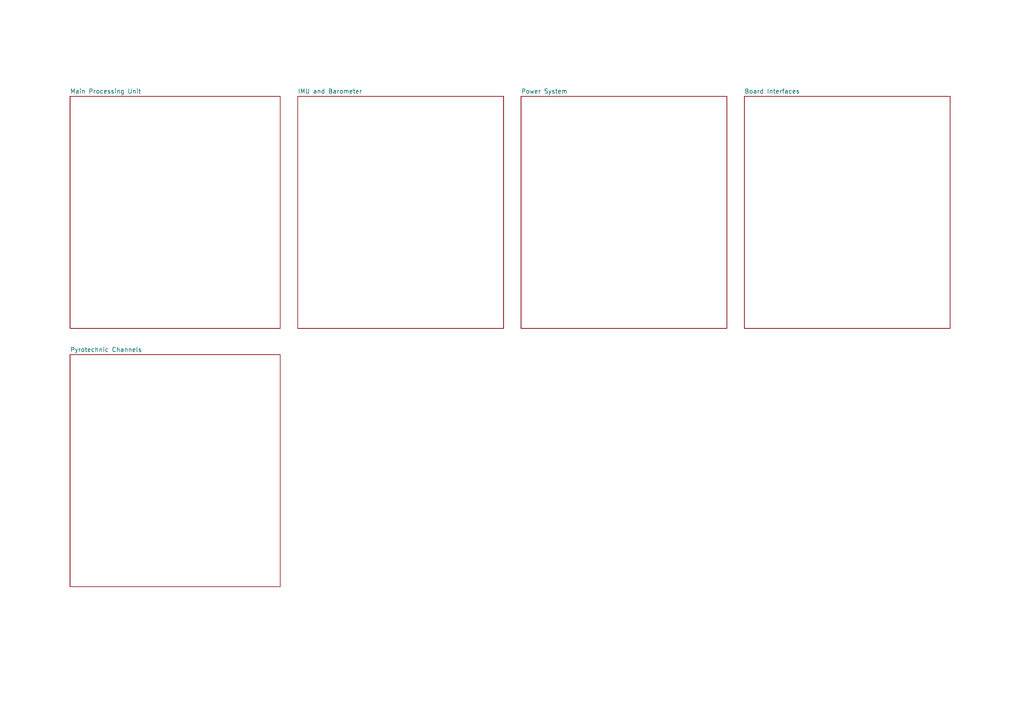
<source format=kicad_sch>
(kicad_sch
	(version 20231120)
	(generator "eeschema")
	(generator_version "8.0")
	(uuid "b45dc97e-0356-4cb7-a500-47b4284709b2")
	(paper "A4")
	(lib_symbols)
	(sheet
		(at 20.32 102.87)
		(size 60.96 67.31)
		(fields_autoplaced yes)
		(stroke
			(width 0.1524)
			(type solid)
		)
		(fill
			(color 0 0 0 0.0000)
		)
		(uuid "07e68e4b-2fd9-4499-917e-a7b570099c70")
		(property "Sheetname" "Pyrotechnic Channels"
			(at 20.32 102.1584 0)
			(effects
				(font
					(size 1.27 1.27)
				)
				(justify left bottom)
			)
		)
		(property "Sheetfile" "pyros.kicad_sch"
			(at 20.32 170.7646 0)
			(effects
				(font
					(size 1.27 1.27)
				)
				(justify left top)
				(hide yes)
			)
		)
		(instances
			(project "ospreyflightcomputer"
				(path "/b45dc97e-0356-4cb7-a500-47b4284709b2"
					(page "6")
				)
			)
		)
	)
	(sheet
		(at 86.36 27.94)
		(size 59.69 67.31)
		(fields_autoplaced yes)
		(stroke
			(width 0.1524)
			(type solid)
		)
		(fill
			(color 0 0 0 0.0000)
		)
		(uuid "4f4bbe3f-c5aa-4aa2-9658-70e7171eb8cc")
		(property "Sheetname" "IMU and Barometer"
			(at 86.36 27.2284 0)
			(effects
				(font
					(size 1.27 1.27)
				)
				(justify left bottom)
			)
		)
		(property "Sheetfile" "sensors.kicad_sch"
			(at 86.36 95.8346 0)
			(effects
				(font
					(size 1.27 1.27)
				)
				(justify left top)
				(hide yes)
			)
		)
		(instances
			(project "ospreyflightcomputer"
				(path "/b45dc97e-0356-4cb7-a500-47b4284709b2"
					(page "3")
				)
			)
		)
	)
	(sheet
		(at 20.32 27.94)
		(size 60.96 67.31)
		(fields_autoplaced yes)
		(stroke
			(width 0.1524)
			(type solid)
		)
		(fill
			(color 0 0 0 0.0000)
		)
		(uuid "6e977a96-eda5-4473-b048-f02a88512d90")
		(property "Sheetname" "Main Processing Unit"
			(at 20.32 27.2284 0)
			(effects
				(font
					(size 1.27 1.27)
				)
				(justify left bottom)
			)
		)
		(property "Sheetfile" "mpu.kicad_sch"
			(at 20.32 95.8346 0)
			(effects
				(font
					(size 1.27 1.27)
				)
				(justify left top)
				(hide yes)
			)
		)
		(instances
			(project "ospreyflightcomputer"
				(path "/b45dc97e-0356-4cb7-a500-47b4284709b2"
					(page "2")
				)
			)
		)
	)
	(sheet
		(at 215.9 27.94)
		(size 59.69 67.31)
		(fields_autoplaced yes)
		(stroke
			(width 0.1524)
			(type solid)
		)
		(fill
			(color 0 0 0 0.0000)
		)
		(uuid "820ced13-3847-45a7-abc0-c0c9d5c0dc2c")
		(property "Sheetname" "Board Interfaces"
			(at 215.9 27.2284 0)
			(effects
				(font
					(size 1.27 1.27)
				)
				(justify left bottom)
			)
		)
		(property "Sheetfile" "board.kicad_sch"
			(at 215.9 95.8346 0)
			(effects
				(font
					(size 1.27 1.27)
				)
				(justify left top)
				(hide yes)
			)
		)
		(instances
			(project "ospreyflightcomputer"
				(path "/b45dc97e-0356-4cb7-a500-47b4284709b2"
					(page "5")
				)
			)
		)
	)
	(sheet
		(at 151.13 27.94)
		(size 59.69 67.31)
		(fields_autoplaced yes)
		(stroke
			(width 0.1524)
			(type solid)
		)
		(fill
			(color 0 0 0 0.0000)
		)
		(uuid "a36aecb0-82fd-4416-b4b8-8a958bd0b9ed")
		(property "Sheetname" "Power System"
			(at 151.13 27.2284 0)
			(effects
				(font
					(size 1.27 1.27)
				)
				(justify left bottom)
			)
		)
		(property "Sheetfile" "power.kicad_sch"
			(at 151.13 95.8346 0)
			(effects
				(font
					(size 1.27 1.27)
				)
				(justify left top)
				(hide yes)
			)
		)
		(instances
			(project "ospreyflightcomputer"
				(path "/b45dc97e-0356-4cb7-a500-47b4284709b2"
					(page "4")
				)
			)
		)
	)
	(sheet_instances
		(path "/"
			(page "1")
		)
	)
)

</source>
